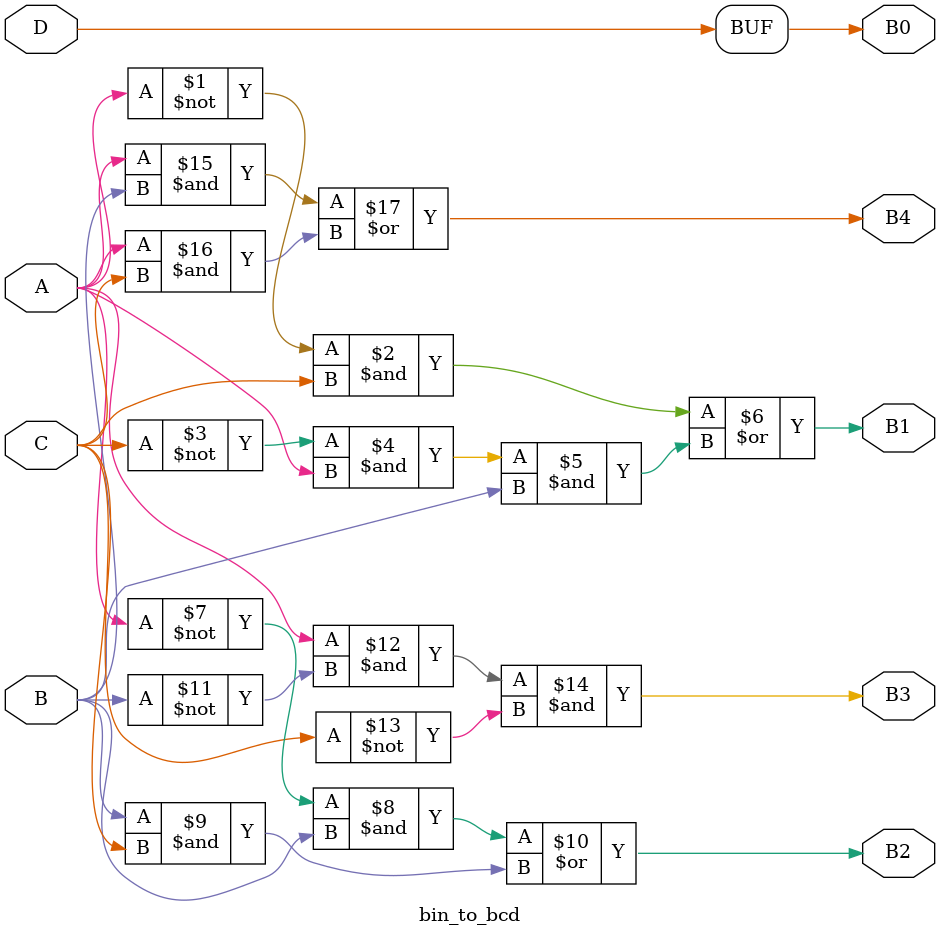
<source format=sv>
module bin_to_bcd(input logic A, B, C, D, output logic B0 ,B1, B2, B3, B4);

	assign B0 = D;
	assign B1 = (~A & C) | (~C & A & B);
	assign B2 = (~A & B) | (B & C);
	assign B3 = A & ~B & ~C;
	assign B4 = (A & B) | (A & C);

endmodule
</source>
